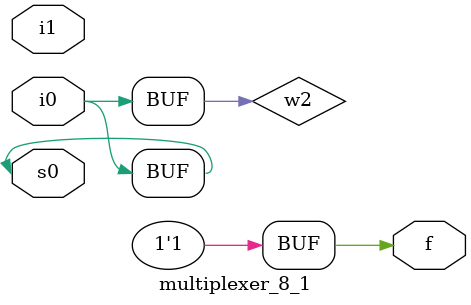
<source format=v>
`timescale 1ns / 1ps


module multiplexer_8_1(
    input i0,i1,s0,
    output f
    );
    wire w1,w2,w3;
    not g1(w1,s0);
    not g2(w2,i0,w1);
    not g3(w3,i1,s0);
    or g4(f,w2,w3);
endmodule

</source>
